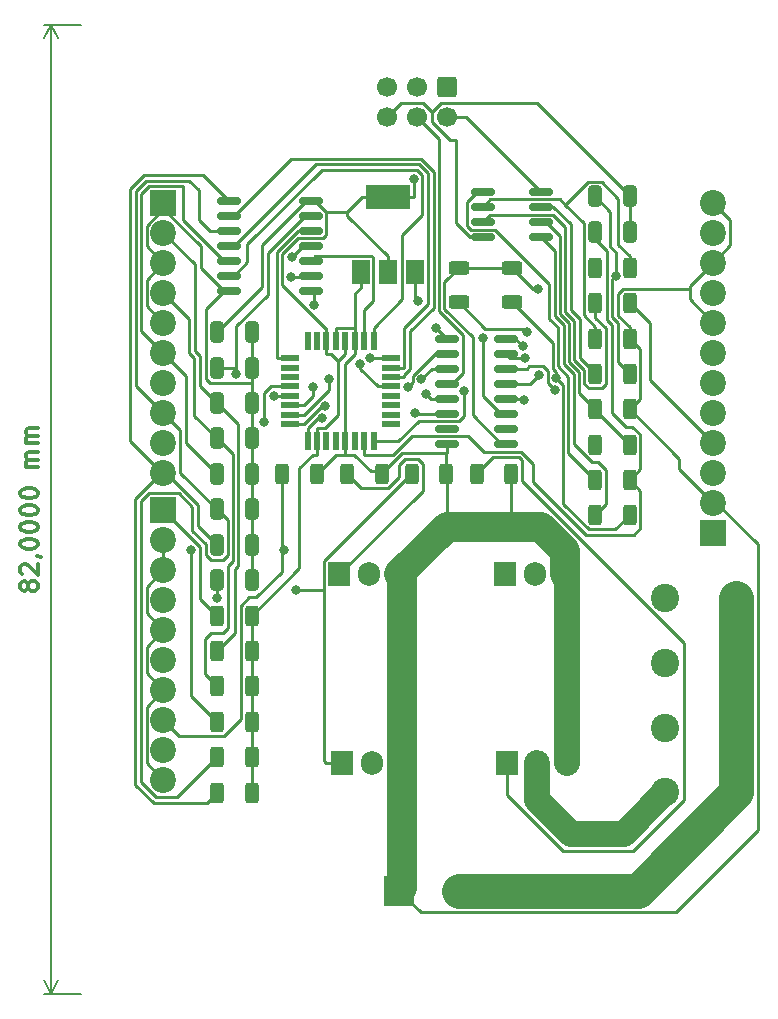
<source format=gbr>
%TF.GenerationSoftware,KiCad,Pcbnew,6.0.7-f9a2dced07~116~ubuntu20.04.1*%
%TF.CreationDate,2022-08-30T20:59:11+02:00*%
%TF.ProjectId,mc unit,6d632075-6e69-4742-9e6b-696361645f70,rev?*%
%TF.SameCoordinates,Original*%
%TF.FileFunction,Copper,L1,Top*%
%TF.FilePolarity,Positive*%
%FSLAX46Y46*%
G04 Gerber Fmt 4.6, Leading zero omitted, Abs format (unit mm)*
G04 Created by KiCad (PCBNEW 6.0.7-f9a2dced07~116~ubuntu20.04.1) date 2022-08-30 20:59:11*
%MOMM*%
%LPD*%
G01*
G04 APERTURE LIST*
G04 Aperture macros list*
%AMRoundRect*
0 Rectangle with rounded corners*
0 $1 Rounding radius*
0 $2 $3 $4 $5 $6 $7 $8 $9 X,Y pos of 4 corners*
0 Add a 4 corners polygon primitive as box body*
4,1,4,$2,$3,$4,$5,$6,$7,$8,$9,$2,$3,0*
0 Add four circle primitives for the rounded corners*
1,1,$1+$1,$2,$3*
1,1,$1+$1,$4,$5*
1,1,$1+$1,$6,$7*
1,1,$1+$1,$8,$9*
0 Add four rect primitives between the rounded corners*
20,1,$1+$1,$2,$3,$4,$5,0*
20,1,$1+$1,$4,$5,$6,$7,0*
20,1,$1+$1,$6,$7,$8,$9,0*
20,1,$1+$1,$8,$9,$2,$3,0*%
G04 Aperture macros list end*
%ADD10C,0.300000*%
%TA.AperFunction,NonConductor*%
%ADD11C,0.300000*%
%TD*%
%TA.AperFunction,NonConductor*%
%ADD12C,0.200000*%
%TD*%
%TA.AperFunction,SMDPad,CuDef*%
%ADD13RoundRect,0.250000X-0.325000X-0.650000X0.325000X-0.650000X0.325000X0.650000X-0.325000X0.650000X0*%
%TD*%
%TA.AperFunction,ComponentPad*%
%ADD14R,2.600000X2.600000*%
%TD*%
%TA.AperFunction,ComponentPad*%
%ADD15C,2.600000*%
%TD*%
%TA.AperFunction,SMDPad,CuDef*%
%ADD16RoundRect,0.250000X-0.312500X-0.625000X0.312500X-0.625000X0.312500X0.625000X-0.312500X0.625000X0*%
%TD*%
%TA.AperFunction,SMDPad,CuDef*%
%ADD17R,0.550000X1.600000*%
%TD*%
%TA.AperFunction,SMDPad,CuDef*%
%ADD18R,1.600000X0.550000*%
%TD*%
%TA.AperFunction,ComponentPad*%
%ADD19R,2.200000X2.200000*%
%TD*%
%TA.AperFunction,ComponentPad*%
%ADD20C,2.200000*%
%TD*%
%TA.AperFunction,ComponentPad*%
%ADD21RoundRect,0.250000X-0.600000X0.600000X-0.600000X-0.600000X0.600000X-0.600000X0.600000X0.600000X0*%
%TD*%
%TA.AperFunction,ComponentPad*%
%ADD22C,1.700000*%
%TD*%
%TA.AperFunction,ComponentPad*%
%ADD23C,2.400000*%
%TD*%
%TA.AperFunction,ComponentPad*%
%ADD24R,1.905000X2.000000*%
%TD*%
%TA.AperFunction,ComponentPad*%
%ADD25O,1.905000X2.000000*%
%TD*%
%TA.AperFunction,SMDPad,CuDef*%
%ADD26RoundRect,0.150000X-0.837500X-0.150000X0.837500X-0.150000X0.837500X0.150000X-0.837500X0.150000X0*%
%TD*%
%TA.AperFunction,SMDPad,CuDef*%
%ADD27R,1.500000X2.000000*%
%TD*%
%TA.AperFunction,SMDPad,CuDef*%
%ADD28R,3.800000X2.000000*%
%TD*%
%TA.AperFunction,SMDPad,CuDef*%
%ADD29RoundRect,0.250000X0.625000X-0.312500X0.625000X0.312500X-0.625000X0.312500X-0.625000X-0.312500X0*%
%TD*%
%TA.AperFunction,SMDPad,CuDef*%
%ADD30RoundRect,0.150000X-0.825000X-0.150000X0.825000X-0.150000X0.825000X0.150000X-0.825000X0.150000X0*%
%TD*%
%TA.AperFunction,ViaPad*%
%ADD31C,0.800000*%
%TD*%
%TA.AperFunction,Conductor*%
%ADD32C,0.250000*%
%TD*%
%TA.AperFunction,Conductor*%
%ADD33C,3.000000*%
%TD*%
%TA.AperFunction,Conductor*%
%ADD34C,2.200000*%
%TD*%
%TA.AperFunction,Conductor*%
%ADD35C,2.500000*%
%TD*%
G04 APERTURE END LIST*
D10*
D11*
X22521401Y-153142857D02*
X22449973Y-153285714D01*
X22378544Y-153357142D01*
X22235687Y-153428571D01*
X22164258Y-153428571D01*
X22021401Y-153357142D01*
X21949973Y-153285714D01*
X21878544Y-153142857D01*
X21878544Y-152857142D01*
X21949973Y-152714285D01*
X22021401Y-152642857D01*
X22164258Y-152571428D01*
X22235687Y-152571428D01*
X22378544Y-152642857D01*
X22449973Y-152714285D01*
X22521401Y-152857142D01*
X22521401Y-153142857D01*
X22592830Y-153285714D01*
X22664258Y-153357142D01*
X22807115Y-153428571D01*
X23092830Y-153428571D01*
X23235687Y-153357142D01*
X23307115Y-153285714D01*
X23378544Y-153142857D01*
X23378544Y-152857142D01*
X23307115Y-152714285D01*
X23235687Y-152642857D01*
X23092830Y-152571428D01*
X22807115Y-152571428D01*
X22664258Y-152642857D01*
X22592830Y-152714285D01*
X22521401Y-152857142D01*
X22021401Y-152000000D02*
X21949973Y-151928571D01*
X21878544Y-151785714D01*
X21878544Y-151428571D01*
X21949973Y-151285714D01*
X22021401Y-151214285D01*
X22164258Y-151142857D01*
X22307115Y-151142857D01*
X22521401Y-151214285D01*
X23378544Y-152071428D01*
X23378544Y-151142857D01*
X23307115Y-150428571D02*
X23378544Y-150428571D01*
X23521401Y-150500000D01*
X23592830Y-150571428D01*
X21878544Y-149500000D02*
X21878544Y-149357142D01*
X21949973Y-149214285D01*
X22021401Y-149142857D01*
X22164258Y-149071428D01*
X22449973Y-149000000D01*
X22807115Y-149000000D01*
X23092830Y-149071428D01*
X23235687Y-149142857D01*
X23307115Y-149214285D01*
X23378544Y-149357142D01*
X23378544Y-149500000D01*
X23307115Y-149642857D01*
X23235687Y-149714285D01*
X23092830Y-149785714D01*
X22807115Y-149857142D01*
X22449973Y-149857142D01*
X22164258Y-149785714D01*
X22021401Y-149714285D01*
X21949973Y-149642857D01*
X21878544Y-149500000D01*
X21878544Y-148071428D02*
X21878544Y-147928571D01*
X21949973Y-147785714D01*
X22021401Y-147714285D01*
X22164258Y-147642857D01*
X22449973Y-147571428D01*
X22807115Y-147571428D01*
X23092830Y-147642857D01*
X23235687Y-147714285D01*
X23307115Y-147785714D01*
X23378544Y-147928571D01*
X23378544Y-148071428D01*
X23307115Y-148214285D01*
X23235687Y-148285714D01*
X23092830Y-148357142D01*
X22807115Y-148428571D01*
X22449973Y-148428571D01*
X22164258Y-148357142D01*
X22021401Y-148285714D01*
X21949973Y-148214285D01*
X21878544Y-148071428D01*
X21878544Y-146642857D02*
X21878544Y-146500000D01*
X21949973Y-146357142D01*
X22021401Y-146285714D01*
X22164258Y-146214285D01*
X22449973Y-146142857D01*
X22807115Y-146142857D01*
X23092830Y-146214285D01*
X23235687Y-146285714D01*
X23307115Y-146357142D01*
X23378544Y-146500000D01*
X23378544Y-146642857D01*
X23307115Y-146785714D01*
X23235687Y-146857142D01*
X23092830Y-146928571D01*
X22807115Y-147000000D01*
X22449973Y-147000000D01*
X22164258Y-146928571D01*
X22021401Y-146857142D01*
X21949973Y-146785714D01*
X21878544Y-146642857D01*
X21878544Y-145214285D02*
X21878544Y-145071428D01*
X21949973Y-144928571D01*
X22021401Y-144857142D01*
X22164258Y-144785714D01*
X22449973Y-144714285D01*
X22807115Y-144714285D01*
X23092830Y-144785714D01*
X23235687Y-144857142D01*
X23307115Y-144928571D01*
X23378544Y-145071428D01*
X23378544Y-145214285D01*
X23307115Y-145357142D01*
X23235687Y-145428571D01*
X23092830Y-145500000D01*
X22807115Y-145571428D01*
X22449973Y-145571428D01*
X22164258Y-145500000D01*
X22021401Y-145428571D01*
X21949973Y-145357142D01*
X21878544Y-145214285D01*
X23378544Y-142928571D02*
X22378544Y-142928571D01*
X22521401Y-142928571D02*
X22449973Y-142857142D01*
X22378544Y-142714285D01*
X22378544Y-142500000D01*
X22449973Y-142357142D01*
X22592830Y-142285714D01*
X23378544Y-142285714D01*
X22592830Y-142285714D02*
X22449973Y-142214285D01*
X22378544Y-142071428D01*
X22378544Y-141857142D01*
X22449973Y-141714285D01*
X22592830Y-141642857D01*
X23378544Y-141642857D01*
X23378544Y-140928571D02*
X22378544Y-140928571D01*
X22521401Y-140928571D02*
X22449973Y-140857142D01*
X22378544Y-140714285D01*
X22378544Y-140500000D01*
X22449973Y-140357142D01*
X22592830Y-140285714D01*
X23378544Y-140285714D01*
X22592830Y-140285714D02*
X22449973Y-140214285D01*
X22378544Y-140071428D01*
X22378544Y-139857142D01*
X22449973Y-139714285D01*
X22592830Y-139642857D01*
X23378544Y-139642857D01*
D12*
X27000000Y-105500000D02*
X23913553Y-105500000D01*
X27000000Y-187500000D02*
X23913553Y-187500000D01*
X24499973Y-105500000D02*
X24499973Y-187500000D01*
X24499973Y-105500000D02*
X24499973Y-187500000D01*
X24499973Y-105500000D02*
X23913552Y-106626504D01*
X24499973Y-105500000D02*
X25086394Y-106626504D01*
X24499973Y-187500000D02*
X25086394Y-186373496D01*
X24499973Y-187500000D02*
X23913552Y-186373496D01*
D13*
%TO.P,C8,1*%
%TO.N,+5V*%
X38525000Y-131500000D03*
%TO.P,C8,2*%
%TO.N,COUT*%
X41475000Y-131500000D03*
%TD*%
%TO.P,C6,1*%
%TO.N,Net-(C6-Pad1)*%
X38525000Y-137500000D03*
%TO.P,C6,2*%
%TO.N,COUT*%
X41475000Y-137500000D03*
%TD*%
D14*
%TO.P,J1,1,Pin_1*%
%TO.N,COUT*%
X53955000Y-178805000D03*
D15*
%TO.P,J1,2,Pin_2*%
%TO.N,+12V*%
X59035000Y-178805000D03*
%TD*%
D16*
%TO.P,R12,1*%
%TO.N,Net-(R12-Pad1)*%
X70537500Y-138030000D03*
%TO.P,R12,2*%
%TO.N,COUT*%
X73462500Y-138030000D03*
%TD*%
D17*
%TO.P,U3,1,PD3*%
%TO.N,fuel in*%
X51800000Y-132250000D03*
%TO.P,U3,2,PD4*%
%TO.N,General 1 in*%
X51000000Y-132250000D03*
%TO.P,U3,3,GND*%
%TO.N,COUT*%
X50200000Y-132250000D03*
%TO.P,U3,4,VCC*%
%TO.N,+5V*%
X49400000Y-132250000D03*
%TO.P,U3,5,GND*%
%TO.N,COUT*%
X48600000Y-132250000D03*
%TO.P,U3,6,VCC*%
%TO.N,+5V*%
X47800000Y-132250000D03*
%TO.P,U3,7,PB6/XTAL1*%
%TO.N,unconnected-(U3-Pad7)*%
X47000000Y-132250000D03*
%TO.P,U3,8,PB7/XTAL2*%
%TO.N,unconnected-(U3-Pad8)*%
X46200000Y-132250000D03*
D18*
%TO.P,U3,9,PD5*%
%TO.N,General 2 in*%
X44750000Y-133700000D03*
%TO.P,U3,10,PD6*%
%TO.N,unconnected-(U3-Pad10)*%
X44750000Y-134500000D03*
%TO.P,U3,11,PD7*%
%TO.N,unconnected-(U3-Pad11)*%
X44750000Y-135300000D03*
%TO.P,U3,12,PB0*%
%TO.N,/Fuel out*%
X44750000Y-136100000D03*
%TO.P,U3,13,PB1*%
%TO.N,/Blink 1 out*%
X44750000Y-136900000D03*
%TO.P,U3,14,PB2*%
%TO.N,/Blink 2 out*%
X44750000Y-137700000D03*
%TO.P,U3,15,PB3*%
%TO.N,/Oil out*%
X44750000Y-138500000D03*
%TO.P,U3,16,PB4*%
%TO.N,/General 1 out*%
X44750000Y-139300000D03*
D17*
%TO.P,U3,17,PB5*%
%TO.N,/General 2 out*%
X46200000Y-140750000D03*
%TO.P,U3,18,AVCC*%
%TO.N,+5V*%
X47000000Y-140750000D03*
%TO.P,U3,19,ADC6*%
%TO.N,unconnected-(U3-Pad19)*%
X47800000Y-140750000D03*
%TO.P,U3,20,AREF*%
%TO.N,unconnected-(U3-Pad20)*%
X48600000Y-140750000D03*
%TO.P,U3,21,AGND*%
%TO.N,COUT*%
X49400000Y-140750000D03*
%TO.P,U3,22,ADC7*%
%TO.N,unconnected-(U3-Pad22)*%
X50200000Y-140750000D03*
%TO.P,U3,23,PC0*%
%TO.N,Blink 1 ctrl*%
X51000000Y-140750000D03*
%TO.P,U3,24,PC1*%
%TO.N,Blink 2 ctrl*%
X51800000Y-140750000D03*
D18*
%TO.P,U3,25,PC2*%
%TO.N,unconnected-(U3-Pad25)*%
X53250000Y-139300000D03*
%TO.P,U3,26,PC3*%
%TO.N,unconnected-(U3-Pad26)*%
X53250000Y-138500000D03*
%TO.P,U3,27,PC4*%
%TO.N,unconnected-(U3-Pad27)*%
X53250000Y-137700000D03*
%TO.P,U3,28,PC5*%
%TO.N,unconnected-(U3-Pad28)*%
X53250000Y-136900000D03*
%TO.P,U3,29,PC6/~{RESET}*%
%TO.N,RST*%
X53250000Y-136100000D03*
%TO.P,U3,30,PD0*%
%TO.N,B1 in*%
X53250000Y-135300000D03*
%TO.P,U3,31,PD1*%
%TO.N,B2 in*%
X53250000Y-134500000D03*
%TO.P,U3,32,PD2*%
%TO.N,Oil in*%
X53250000Y-133700000D03*
%TD*%
D19*
%TO.P,J13,1,Pin_1*%
%TO.N,Net-(J13-Pad1)*%
X80500000Y-148470000D03*
D20*
%TO.P,J13,2,Pin_2*%
%TO.N,COUT*%
X80500000Y-145930000D03*
%TO.P,J13,3,Pin_3*%
%TO.N,Net-(J13-Pad3)*%
X80500000Y-143390000D03*
%TO.P,J13,4,Pin_4*%
%TO.N,B1 Shunt*%
X80500000Y-140850000D03*
%TO.P,J13,5,Pin_5*%
%TO.N,Net-(J13-Pad5)*%
X80500000Y-138310000D03*
%TO.P,J13,6,Pin_6*%
%TO.N,B2 shunt*%
X80500000Y-135770000D03*
%TO.P,J13,7,Pin_7*%
%TO.N,Net-(J13-Pad7)*%
X80500000Y-133230000D03*
%TO.P,J13,8,Pin_8*%
%TO.N,COUT*%
X80500000Y-130690000D03*
%TO.P,J13,9,Pin_9*%
%TO.N,Net-(J13-Pad9)*%
X80500000Y-128150000D03*
%TO.P,J13,10,Pin_10*%
%TO.N,COUT*%
X80500000Y-125610000D03*
%TO.P,J13,11,Pin_11*%
%TO.N,Net-(J13-Pad11)*%
X80500000Y-123070000D03*
%TO.P,J13,12,Pin_12*%
%TO.N,COUT*%
X80500000Y-120530000D03*
%TD*%
D16*
%TO.P,R3,1*%
%TO.N,Net-(C4-Pad1)*%
X38537500Y-164500000D03*
%TO.P,R3,2*%
%TO.N,+5V*%
X41462500Y-164500000D03*
%TD*%
D21*
%TO.P,J8,1,MISO*%
%TO.N,/General 1 out*%
X58045000Y-110747500D03*
D22*
%TO.P,J8,2,VCC*%
%TO.N,+5V*%
X58045000Y-113287500D03*
%TO.P,J8,3,SCK*%
%TO.N,/General 2 out*%
X55505000Y-110747500D03*
%TO.P,J8,4,MOSI*%
%TO.N,/Oil out*%
X55505000Y-113287500D03*
%TO.P,J8,5,~{RST}*%
%TO.N,RST*%
X52965000Y-110747500D03*
%TO.P,J8,6,GND*%
%TO.N,COUT*%
X52965000Y-113287500D03*
%TD*%
D23*
%TO.P,J11,1,Pin_1*%
%TO.N,+12V*%
X82500000Y-170475000D03*
%TD*%
D24*
%TO.P,Q1,1,G*%
%TO.N,i28*%
X62925000Y-152000000D03*
D25*
%TO.P,Q1,2,D*%
%TO.N,Net-(J5-Pad1)*%
X65465000Y-152000000D03*
%TO.P,Q1,3,S*%
%TO.N,COUT*%
X68005000Y-152000000D03*
%TD*%
D16*
%TO.P,R10,1*%
%TO.N,i29*%
X60537500Y-143500000D03*
%TO.P,R10,2*%
%TO.N,COUT*%
X63462500Y-143500000D03*
%TD*%
D13*
%TO.P,C5,1*%
%TO.N,Net-(C5-Pad1)*%
X38525000Y-140500000D03*
%TO.P,C5,2*%
%TO.N,COUT*%
X41475000Y-140500000D03*
%TD*%
%TO.P,C1,1*%
%TO.N,+12V*%
X38525000Y-152500000D03*
%TO.P,C1,2*%
%TO.N,COUT*%
X41475000Y-152500000D03*
%TD*%
D16*
%TO.P,R2,1*%
%TO.N,Net-(C3-Pad1)*%
X38537500Y-167500000D03*
%TO.P,R2,2*%
%TO.N,+5V*%
X41462500Y-167500000D03*
%TD*%
D23*
%TO.P,J10,1,Pin_1*%
%TO.N,Net-(J10-Pad1)*%
X76500000Y-164983300D03*
%TD*%
D16*
%TO.P,R7,1*%
%TO.N,i28*%
X44037500Y-143500000D03*
%TO.P,R7,2*%
%TO.N,COUT*%
X46962500Y-143500000D03*
%TD*%
D13*
%TO.P,C10,1*%
%TO.N,Blink 1 ctrl*%
X70525000Y-123050000D03*
%TO.P,C10,2*%
%TO.N,COUT*%
X73475000Y-123050000D03*
%TD*%
%TO.P,C3,1*%
%TO.N,Net-(C3-Pad1)*%
X38525000Y-146500000D03*
%TO.P,C3,2*%
%TO.N,COUT*%
X41475000Y-146500000D03*
%TD*%
D16*
%TO.P,R6,1*%
%TO.N,Net-(C7-Pad1)*%
X38537500Y-155500000D03*
%TO.P,R6,2*%
%TO.N,+5V*%
X41462500Y-155500000D03*
%TD*%
%TO.P,R8,1*%
%TO.N,i26*%
X49537500Y-143500000D03*
%TO.P,R8,2*%
%TO.N,COUT*%
X52462500Y-143500000D03*
%TD*%
D26*
%TO.P,U1,1*%
%TO.N,Net-(C2-Pad1)*%
X39537500Y-120390000D03*
%TO.P,U1,2*%
%TO.N,B1 in*%
X39537500Y-121660000D03*
%TO.P,U1,3*%
%TO.N,Net-(C3-Pad1)*%
X39537500Y-122930000D03*
%TO.P,U1,4*%
%TO.N,B2 in*%
X39537500Y-124200000D03*
%TO.P,U1,5*%
%TO.N,Net-(C4-Pad1)*%
X39537500Y-125470000D03*
%TO.P,U1,6*%
%TO.N,fuel in*%
X39537500Y-126740000D03*
%TO.P,U1,7,GND*%
%TO.N,COUT*%
X39537500Y-128010000D03*
%TO.P,U1,8*%
%TO.N,Oil in*%
X46462500Y-128010000D03*
%TO.P,U1,9*%
%TO.N,Net-(C5-Pad1)*%
X46462500Y-126740000D03*
%TO.P,U1,10*%
%TO.N,General 1 in*%
X46462500Y-125470000D03*
%TO.P,U1,11*%
%TO.N,Net-(C6-Pad1)*%
X46462500Y-124200000D03*
%TO.P,U1,12*%
%TO.N,General 2 in*%
X46462500Y-122930000D03*
%TO.P,U1,13*%
%TO.N,Net-(C7-Pad1)*%
X46462500Y-121660000D03*
%TO.P,U1,14,VCC*%
%TO.N,+5V*%
X46462500Y-120390000D03*
%TD*%
D23*
%TO.P,J6,1,Pin_1*%
%TO.N,+12V*%
X82500000Y-159491700D03*
%TD*%
D16*
%TO.P,R17,1*%
%TO.N,Net-(R17-Pad1)*%
X70537500Y-135040000D03*
%TO.P,R17,2*%
%TO.N,Blink 2 ctrl*%
X73462500Y-135040000D03*
%TD*%
%TO.P,R5,1*%
%TO.N,Net-(C6-Pad1)*%
X38537500Y-158500000D03*
%TO.P,R5,2*%
%TO.N,+5V*%
X41462500Y-158500000D03*
%TD*%
D27*
%TO.P,U2,1,ADJ*%
%TO.N,COUT*%
X50700000Y-126400000D03*
D28*
%TO.P,U2,2,VO*%
%TO.N,+5V*%
X53000000Y-120100000D03*
D27*
X53000000Y-126400000D03*
%TO.P,U2,3,VI*%
%TO.N,+12V*%
X55300000Y-126400000D03*
%TD*%
D19*
%TO.P,J2,1,Pin_1*%
%TO.N,COUT*%
X34000000Y-120570000D03*
D20*
%TO.P,J2,2,Pin_2*%
%TO.N,Net-(C6-Pad1)*%
X34000000Y-123110000D03*
%TO.P,J2,3,Pin_3*%
%TO.N,COUT*%
X34000000Y-125650000D03*
%TO.P,J2,4,Pin_4*%
%TO.N,Net-(C5-Pad1)*%
X34000000Y-128190000D03*
%TO.P,J2,5,Pin_5*%
%TO.N,COUT*%
X34000000Y-130730000D03*
%TO.P,J2,6,Pin_6*%
%TO.N,Net-(C4-Pad1)*%
X34000000Y-133270000D03*
%TO.P,J2,7,Pin_7*%
%TO.N,COUT*%
X34000000Y-135810000D03*
%TO.P,J2,8,Pin_8*%
%TO.N,Net-(C3-Pad1)*%
X34000000Y-138350000D03*
%TO.P,J2,9,Pin_9*%
%TO.N,COUT*%
X34000000Y-140890000D03*
%TO.P,J2,10,Pin_10*%
%TO.N,Net-(C2-Pad1)*%
X34000000Y-143430000D03*
%TD*%
D24*
%TO.P,Q2,1,G*%
%TO.N,i26*%
X48900000Y-152000000D03*
D25*
%TO.P,Q2,2,D*%
%TO.N,Net-(J7-Pad1)*%
X51440000Y-152000000D03*
%TO.P,Q2,3,S*%
%TO.N,COUT*%
X53980000Y-152000000D03*
%TD*%
D23*
%TO.P,J7,1,Pin_1*%
%TO.N,Net-(J7-Pad1)*%
X76500000Y-159491700D03*
%TD*%
D16*
%TO.P,R11,1*%
%TO.N,Net-(R11-Pad1)*%
X70537500Y-147000000D03*
%TO.P,R11,2*%
%TO.N,B2 shunt*%
X73462500Y-147000000D03*
%TD*%
D23*
%TO.P,J5,1,Pin_1*%
%TO.N,Net-(J5-Pad1)*%
X76500000Y-154000000D03*
%TD*%
D13*
%TO.P,C9,1*%
%TO.N,Blink 2 ctrl*%
X70525000Y-120000000D03*
%TO.P,C9,2*%
%TO.N,COUT*%
X73475000Y-120000000D03*
%TD*%
D29*
%TO.P,Rshunt1,1*%
%TO.N,B1 Shunt*%
X59000000Y-128962500D03*
%TO.P,Rshunt1,2*%
%TO.N,COUT*%
X59000000Y-126037500D03*
%TD*%
D23*
%TO.P,J12,1,Pin_1*%
%TO.N,Net-(J12-Pad1)*%
X76500000Y-170475000D03*
%TD*%
D13*
%TO.P,C2,1*%
%TO.N,Net-(C2-Pad1)*%
X38525000Y-149500000D03*
%TO.P,C2,2*%
%TO.N,COUT*%
X41475000Y-149500000D03*
%TD*%
D16*
%TO.P,R4,1*%
%TO.N,Net-(C5-Pad1)*%
X38537500Y-161500000D03*
%TO.P,R4,2*%
%TO.N,+5V*%
X41462500Y-161500000D03*
%TD*%
D30*
%TO.P,U4,1,I1*%
%TO.N,/Fuel out*%
X58025000Y-132055000D03*
%TO.P,U4,2,I2*%
%TO.N,/Blink 1 out*%
X58025000Y-133325000D03*
%TO.P,U4,3,I3*%
%TO.N,/Blink 2 out*%
X58025000Y-134595000D03*
%TO.P,U4,4,I4*%
%TO.N,/Oil out*%
X58025000Y-135865000D03*
%TO.P,U4,5,I5*%
%TO.N,/General 1 out*%
X58025000Y-137135000D03*
%TO.P,U4,6,I6*%
%TO.N,/General 2 out*%
X58025000Y-138405000D03*
%TO.P,U4,7,I7*%
%TO.N,unconnected-(U4-Pad7)*%
X58025000Y-139675000D03*
%TO.P,U4,8,GND*%
%TO.N,COUT*%
X58025000Y-140945000D03*
%TO.P,U4,9,COM*%
X62975000Y-140945000D03*
%TO.P,U4,10,O7*%
%TO.N,unconnected-(U4-Pad10)*%
X62975000Y-139675000D03*
%TO.P,U4,11,O6*%
%TO.N,Net-(J13-Pad11)*%
X62975000Y-138405000D03*
%TO.P,U4,12,O5*%
%TO.N,Net-(J13-Pad9)*%
X62975000Y-137135000D03*
%TO.P,U4,13,O4*%
%TO.N,Net-(J13-Pad7)*%
X62975000Y-135865000D03*
%TO.P,U4,14,O3*%
%TO.N,Net-(J13-Pad5)*%
X62975000Y-134595000D03*
%TO.P,U4,15,O2*%
%TO.N,Net-(J13-Pad3)*%
X62975000Y-133325000D03*
%TO.P,U4,16,O1*%
%TO.N,Net-(J13-Pad1)*%
X62975000Y-132055000D03*
%TD*%
D24*
%TO.P,Q3,1,G*%
%TO.N,i24*%
X49075000Y-168000000D03*
D25*
%TO.P,Q3,2,D*%
%TO.N,Net-(J10-Pad1)*%
X51615000Y-168000000D03*
%TO.P,Q3,3,S*%
%TO.N,COUT*%
X54155000Y-168000000D03*
%TD*%
D16*
%TO.P,R9,1*%
%TO.N,i24*%
X55037500Y-143500000D03*
%TO.P,R9,2*%
%TO.N,COUT*%
X57962500Y-143500000D03*
%TD*%
D24*
%TO.P,Q4,1,G*%
%TO.N,i29*%
X63100000Y-168000000D03*
D25*
%TO.P,Q4,2,D*%
%TO.N,Net-(J12-Pad1)*%
X65640000Y-168000000D03*
%TO.P,Q4,3,S*%
%TO.N,COUT*%
X68180000Y-168000000D03*
%TD*%
D29*
%TO.P,Rshunt2,1*%
%TO.N,B2 shunt*%
X63500000Y-128962500D03*
%TO.P,Rshunt2,2*%
%TO.N,COUT*%
X63500000Y-126037500D03*
%TD*%
D23*
%TO.P,J9,1,Pin_1*%
%TO.N,+12V*%
X82500000Y-164983300D03*
%TD*%
D16*
%TO.P,R15,1*%
%TO.N,unconnected-(R15-Pad1)*%
X70537500Y-141020000D03*
%TO.P,R15,2*%
%TO.N,Net-(R12-Pad1)*%
X73462500Y-141020000D03*
%TD*%
D13*
%TO.P,C7,1*%
%TO.N,Net-(C7-Pad1)*%
X38525000Y-134500000D03*
%TO.P,C7,2*%
%TO.N,COUT*%
X41475000Y-134500000D03*
%TD*%
D16*
%TO.P,R16,1*%
%TO.N,unconnected-(R16-Pad1)*%
X70537500Y-126070000D03*
%TO.P,R16,2*%
%TO.N,Net-(R14-Pad1)*%
X73462500Y-126070000D03*
%TD*%
%TO.P,R18,1*%
%TO.N,Net-(R18-Pad1)*%
X70537500Y-144010000D03*
%TO.P,R18,2*%
%TO.N,Blink 1 ctrl*%
X73462500Y-144010000D03*
%TD*%
D19*
%TO.P,J3,1,Pin_1*%
%TO.N,Net-(C7-Pad1)*%
X34000000Y-146570000D03*
D20*
%TO.P,J3,2,Pin_2*%
%TO.N,COUT*%
X34000000Y-149110000D03*
%TO.P,J3,3,Pin_3*%
X34000000Y-151650000D03*
%TO.P,J3,4,Pin_4*%
%TO.N,i24*%
X34000000Y-154190000D03*
%TO.P,J3,5,Pin_5*%
%TO.N,COUT*%
X34000000Y-156730000D03*
%TO.P,J3,6,Pin_6*%
%TO.N,i26*%
X34000000Y-159270000D03*
%TO.P,J3,7,Pin_7*%
%TO.N,COUT*%
X34000000Y-161810000D03*
%TO.P,J3,8,Pin_8*%
%TO.N,i28*%
X34000000Y-164350000D03*
%TO.P,J3,9,Pin_9*%
%TO.N,i29*%
X34000000Y-166890000D03*
%TO.P,J3,10,Pin_10*%
%TO.N,COUT*%
X34000000Y-169430000D03*
%TD*%
D16*
%TO.P,R13,1*%
%TO.N,Net-(R13-Pad1)*%
X70537500Y-129060000D03*
%TO.P,R13,2*%
%TO.N,B1 Shunt*%
X73462500Y-129060000D03*
%TD*%
D30*
%TO.P,U5,1*%
%TO.N,Net-(R18-Pad1)*%
X61025000Y-119645000D03*
%TO.P,U5,2,-*%
%TO.N,Net-(R14-Pad1)*%
X61025000Y-120915000D03*
%TO.P,U5,3,+*%
%TO.N,Net-(R13-Pad1)*%
X61025000Y-122185000D03*
%TO.P,U5,4,V-*%
%TO.N,COUT*%
X61025000Y-123455000D03*
%TO.P,U5,5,+*%
%TO.N,Net-(R11-Pad1)*%
X65975000Y-123455000D03*
%TO.P,U5,6,-*%
%TO.N,Net-(R12-Pad1)*%
X65975000Y-122185000D03*
%TO.P,U5,7*%
%TO.N,Net-(R17-Pad1)*%
X65975000Y-120915000D03*
%TO.P,U5,8,V+*%
%TO.N,+5V*%
X65975000Y-119645000D03*
%TD*%
D13*
%TO.P,C4,1*%
%TO.N,Net-(C4-Pad1)*%
X38525000Y-143500000D03*
%TO.P,C4,2*%
%TO.N,COUT*%
X41475000Y-143500000D03*
%TD*%
D16*
%TO.P,R1,1*%
%TO.N,Net-(C2-Pad1)*%
X38537500Y-170500000D03*
%TO.P,R1,2*%
%TO.N,+5V*%
X41462500Y-170500000D03*
%TD*%
D23*
%TO.P,J4,1,Pin_1*%
%TO.N,+12V*%
X82500000Y-154000000D03*
%TD*%
D16*
%TO.P,R14,1*%
%TO.N,Net-(R14-Pad1)*%
X70537500Y-132050000D03*
%TO.P,R14,2*%
%TO.N,COUT*%
X73462500Y-132050000D03*
%TD*%
D31*
%TO.N,+12V*%
X55531500Y-128886400D03*
X38525000Y-154012500D03*
%TO.N,Net-(C4-Pad1)*%
X36349600Y-149966100D03*
%TO.N,Net-(C5-Pad1)*%
X44836500Y-126827800D03*
%TO.N,Net-(C6-Pad1)*%
X44867000Y-125146000D03*
%TO.N,Net-(C7-Pad1)*%
X40166700Y-135022300D03*
%TO.N,+5V*%
X55175500Y-118497300D03*
%TO.N,/General 1 out*%
X56263600Y-136720900D03*
X47654300Y-137782500D03*
%TO.N,/General 2 out*%
X55314200Y-138307300D03*
X47442500Y-138782900D03*
%TO.N,/Oil out*%
X47984200Y-135498700D03*
%TO.N,RST*%
X50620300Y-134239800D03*
%TO.N,COUT*%
X65671300Y-127867000D03*
%TO.N,Net-(J13-Pad1)*%
X64411500Y-132662600D03*
%TO.N,B2 shunt*%
X67276700Y-135396700D03*
%TO.N,B1 Shunt*%
X64816000Y-131529900D03*
%TO.N,i28*%
X44242200Y-149949800D03*
%TO.N,Net-(J13-Pad3)*%
X64626300Y-133711600D03*
%TO.N,Net-(J13-Pad5)*%
X67111600Y-136397100D03*
%TO.N,Net-(J13-Pad7)*%
X65826000Y-135111500D03*
%TO.N,Net-(J13-Pad9)*%
X64551300Y-137232900D03*
%TO.N,Oil in*%
X46756000Y-129199300D03*
X51511500Y-133700000D03*
%TO.N,/Fuel out*%
X57088900Y-131151600D03*
X42548000Y-139072900D03*
%TO.N,/Blink 1 out*%
X43337700Y-136900000D03*
X54674800Y-136177800D03*
%TO.N,/Blink 2 out*%
X55846800Y-135490300D03*
X46642000Y-136156500D03*
%TO.N,i24*%
X45228700Y-153326200D03*
%TO.N,Blink 2 ctrl*%
X59464500Y-136508400D03*
X72286700Y-126732300D03*
%TO.N,Net-(J13-Pad11)*%
X61032600Y-131959800D03*
%TD*%
D32*
%TO.N,COUT*%
X53955000Y-178805000D02*
X55780000Y-180630000D01*
X55780000Y-180630000D02*
X77370000Y-180630000D01*
X77370000Y-180630000D02*
X84325000Y-173675000D01*
X84325000Y-173675000D02*
X84325000Y-149445000D01*
X84325000Y-149445000D02*
X80810000Y-145930000D01*
X80810000Y-145930000D02*
X80500000Y-145930000D01*
%TO.N,+12V*%
X55300000Y-128654900D02*
X55300000Y-126400000D01*
D33*
X74170000Y-178805000D02*
X82500000Y-170475000D01*
X82500000Y-170475000D02*
X82500000Y-164983300D01*
D32*
X55531500Y-128886400D02*
X55300000Y-128654900D01*
X38525000Y-152500000D02*
X38525000Y-154012500D01*
D33*
X59035000Y-178805000D02*
X74170000Y-178805000D01*
X82500000Y-164983300D02*
X82500000Y-159491700D01*
X82500000Y-159491700D02*
X82500000Y-154000000D01*
D32*
%TO.N,Net-(C2-Pad1)*%
X34203900Y-143430000D02*
X36946300Y-146172400D01*
X37683400Y-171354100D02*
X33166700Y-171354100D01*
X31183700Y-140711400D02*
X31183700Y-119406400D01*
X31631700Y-145629038D02*
X33830738Y-143430000D01*
X33166700Y-171354100D02*
X31631700Y-169819100D01*
X33902300Y-143430000D02*
X34000000Y-143430000D01*
X38537500Y-170500000D02*
X37683400Y-171354100D01*
X33902300Y-143430000D02*
X31183700Y-140711400D01*
X31631700Y-169819100D02*
X31631700Y-145629038D01*
X33830738Y-143430000D02*
X34000000Y-143430000D01*
X32379300Y-118210800D02*
X37358300Y-118210800D01*
X36946300Y-146172400D02*
X36946300Y-147921300D01*
X36946300Y-147921300D02*
X38525000Y-149500000D01*
X34000000Y-143430000D02*
X34203900Y-143430000D01*
X31183700Y-119406400D02*
X32379300Y-118210800D01*
X37358300Y-118210800D02*
X39537500Y-120390000D01*
%TO.N,Net-(C3-Pad1)*%
X36441400Y-146304400D02*
X36441400Y-148302800D01*
X32124100Y-169626200D02*
X32124100Y-145773034D01*
X37000000Y-122000000D02*
X37930000Y-122930000D01*
X35140800Y-170896700D02*
X33394600Y-170896700D01*
X33394600Y-170896700D02*
X32124100Y-169626200D01*
X35425400Y-143400400D02*
X35425400Y-139775400D01*
X37569100Y-150341000D02*
X38003400Y-150775300D01*
X39052000Y-150775300D02*
X39426400Y-150400900D01*
X36188100Y-118688100D02*
X37000000Y-119500000D01*
X38003400Y-150775300D02*
X39052000Y-150775300D01*
X38537500Y-167500000D02*
X35140800Y-170896700D01*
X35425400Y-139775400D02*
X34000000Y-138350000D01*
X35281600Y-145144600D02*
X36441400Y-146304400D01*
X32555300Y-118688100D02*
X36188100Y-118688100D01*
X31671600Y-136021600D02*
X31671600Y-119571800D01*
X32124100Y-145773034D02*
X32752534Y-145144600D01*
X36441400Y-148302800D02*
X37569100Y-149430500D01*
X37569100Y-149430500D02*
X37569100Y-150341000D01*
X37000000Y-119500000D02*
X37000000Y-122000000D01*
X39426400Y-147401400D02*
X38525000Y-146500000D01*
X39426400Y-150400900D02*
X39426400Y-147401400D01*
X37930000Y-122930000D02*
X39537500Y-122930000D01*
X32752534Y-145144600D02*
X35281600Y-145144600D01*
X38525000Y-146500000D02*
X35425400Y-143400400D01*
X34000000Y-138350000D02*
X31671600Y-136021600D01*
X31671600Y-119571800D02*
X32555300Y-118688100D01*
%TO.N,Net-(C4-Pad1)*%
X38525000Y-143500000D02*
X35941900Y-140916900D01*
X35667900Y-121991100D02*
X35667900Y-119167900D01*
X36349600Y-162312100D02*
X36349600Y-149966100D01*
X35941900Y-140916900D02*
X35941900Y-135211900D01*
X35638100Y-119138100D02*
X34034600Y-119138100D01*
X39146800Y-125470000D02*
X35667900Y-121991100D01*
X32122000Y-131392000D02*
X34000000Y-133270000D01*
X32122000Y-119766900D02*
X32122000Y-131392000D01*
X35667900Y-119167900D02*
X35638100Y-119138100D01*
X35941900Y-135211900D02*
X34000000Y-133270000D01*
X32744300Y-119144600D02*
X32122000Y-119766900D01*
X34028100Y-119144600D02*
X32744300Y-119144600D01*
X38537500Y-164500000D02*
X36349600Y-162312100D01*
X39537500Y-125470000D02*
X39146800Y-125470000D01*
X34034600Y-119138100D02*
X34028100Y-119144600D01*
%TO.N,Net-(C5-Pad1)*%
X37500000Y-160462500D02*
X38537500Y-161500000D01*
X37500000Y-157500000D02*
X37500000Y-160462500D01*
X38525000Y-140500000D02*
X36617200Y-138592200D01*
X39876900Y-150861800D02*
X39426600Y-151312100D01*
X44836500Y-126827800D02*
X46374700Y-126827800D01*
X36167000Y-133234900D02*
X36167000Y-130357000D01*
X36617200Y-133685100D02*
X36167000Y-133234900D01*
X39876900Y-141851900D02*
X39876900Y-150861800D01*
X38000000Y-157000000D02*
X37500000Y-157500000D01*
X39426600Y-156573400D02*
X39000000Y-157000000D01*
X36617200Y-138592200D02*
X36617200Y-133685100D01*
X39000000Y-157000000D02*
X38000000Y-157000000D01*
X39426600Y-151312100D02*
X39426600Y-156573400D01*
X36167000Y-130357000D02*
X34000000Y-128190000D01*
X46374700Y-126827800D02*
X46462500Y-126740000D01*
X38525000Y-140500000D02*
X39876900Y-141851900D01*
%TO.N,Net-(C6-Pad1)*%
X37067600Y-133498600D02*
X36659900Y-133090900D01*
X40327300Y-151273600D02*
X40327300Y-139302300D01*
X38525000Y-137500000D02*
X37067600Y-136042600D01*
X40036000Y-157001500D02*
X40036000Y-151564900D01*
X44867000Y-125146000D02*
X45813000Y-124200000D01*
X37067600Y-136042600D02*
X37067600Y-133498600D01*
X40327300Y-139302300D02*
X38525000Y-137500000D01*
X38537500Y-158500000D02*
X40036000Y-157001500D01*
X36659900Y-133090900D02*
X36659900Y-125769900D01*
X36659900Y-125769900D02*
X34000000Y-123110000D01*
X40036000Y-151564900D02*
X40327300Y-151273600D01*
X45813000Y-124200000D02*
X46462500Y-124200000D01*
%TO.N,Net-(C7-Pad1)*%
X45947500Y-121660000D02*
X46462500Y-121660000D01*
X40166700Y-131018300D02*
X42810000Y-128375000D01*
X38525000Y-134500000D02*
X40166700Y-134500000D01*
X34000000Y-146570000D02*
X37111900Y-149681900D01*
X40166700Y-134500000D02*
X40166700Y-131018300D01*
X40166700Y-134500000D02*
X40166700Y-135022300D01*
X42810000Y-128375000D02*
X42810000Y-124797500D01*
X37111900Y-149681900D02*
X37111900Y-154074400D01*
X42810000Y-124797500D02*
X45947500Y-121660000D01*
X37111900Y-154074400D02*
X38537500Y-155500000D01*
%TO.N,+5V*%
X41462500Y-158500000D02*
X41462500Y-161500000D01*
X41462500Y-164500000D02*
X41462500Y-161500000D01*
X44073600Y-127542600D02*
X47655700Y-131124700D01*
X48186800Y-133375300D02*
X47800000Y-133375300D01*
X48793400Y-133981900D02*
X48186800Y-133375300D01*
X45500000Y-151462500D02*
X41462500Y-155500000D01*
X47776000Y-121299100D02*
X46866900Y-120390000D01*
X42315400Y-124140200D02*
X42315400Y-127709600D01*
X47665000Y-139624700D02*
X48793400Y-138496300D01*
X47776000Y-123275751D02*
X47486751Y-123565000D01*
X45500000Y-143000000D02*
X45500000Y-151462500D01*
X49575600Y-121299100D02*
X50774700Y-120100000D01*
X46462500Y-120390000D02*
X46065600Y-120390000D01*
X55225300Y-118547100D02*
X55175500Y-118497300D01*
X49400000Y-132250000D02*
X49400000Y-133375300D01*
X47486751Y-123565000D02*
X45406200Y-123565000D01*
X46866900Y-120390000D02*
X46462500Y-120390000D01*
X47000000Y-139624700D02*
X47665000Y-139624700D01*
X47800000Y-132250000D02*
X47800000Y-133375300D01*
X53000000Y-120100000D02*
X55225300Y-120100000D01*
X46624700Y-141875300D02*
X45500000Y-143000000D01*
X47776000Y-121299100D02*
X47776000Y-123275751D01*
X47776000Y-121299100D02*
X49575600Y-121299100D01*
X53000000Y-120100000D02*
X50774700Y-120100000D01*
X58045000Y-113287500D02*
X59617500Y-113287500D01*
X47655700Y-131124700D02*
X47800000Y-131124700D01*
X53000000Y-126400000D02*
X53000000Y-125074700D01*
X48793400Y-138496300D02*
X48793400Y-133981900D01*
X41462500Y-170500000D02*
X41462500Y-167500000D01*
X41462500Y-167500000D02*
X41462500Y-164500000D01*
X49575600Y-121650300D02*
X53000000Y-125074700D01*
X45406200Y-123565000D02*
X44073600Y-124897600D01*
X48793400Y-133981900D02*
X49400000Y-133375300D01*
X59617500Y-113287500D02*
X65975000Y-119645000D01*
X46065600Y-120390000D02*
X42315400Y-124140200D01*
X49575600Y-121299100D02*
X49575600Y-121650300D01*
X41462500Y-158500000D02*
X41462500Y-155500000D01*
X47800000Y-131124700D02*
X47800000Y-132250000D01*
X44073600Y-124897600D02*
X44073600Y-127542600D01*
X55225300Y-120100000D02*
X55225300Y-118547100D01*
X47000000Y-140750000D02*
X47000000Y-139624700D01*
X42315400Y-127709600D02*
X38525000Y-131500000D01*
X47000000Y-140750000D02*
X47000000Y-141875300D01*
X47000000Y-141875300D02*
X46624700Y-141875300D01*
%TO.N,/General 1 out*%
X45875300Y-139300000D02*
X47392800Y-137782500D01*
X56263600Y-136763600D02*
X56635000Y-137135000D01*
X56263600Y-136720900D02*
X56263600Y-136763600D01*
X44750000Y-139300000D02*
X45875300Y-139300000D01*
X47392800Y-137782500D02*
X47654300Y-137782500D01*
X56635000Y-137135000D02*
X58025000Y-137135000D01*
%TO.N,/General 2 out*%
X47041800Y-138782900D02*
X47442500Y-138782900D01*
X46200000Y-140750000D02*
X46200000Y-139624700D01*
X58025000Y-138405000D02*
X55411900Y-138405000D01*
X46200000Y-139624700D02*
X47041800Y-138782900D01*
X55411900Y-138405000D02*
X55314200Y-138307300D01*
%TO.N,/Oil out*%
X45875300Y-138500000D02*
X47984200Y-136391100D01*
X59333100Y-131712100D02*
X57329500Y-129708500D01*
X58409200Y-135865000D02*
X59333100Y-134941100D01*
X57329500Y-129708500D02*
X57329500Y-115112000D01*
X58025000Y-135865000D02*
X58409200Y-135865000D01*
X57329500Y-115112000D02*
X55505000Y-113287500D01*
X59333100Y-134941100D02*
X59333100Y-131712100D01*
X47984200Y-136391100D02*
X47984200Y-135498700D01*
X44750000Y-138500000D02*
X45875300Y-138500000D01*
%TO.N,RST*%
X53250000Y-136100000D02*
X52124700Y-136100000D01*
X50620300Y-134595600D02*
X50620300Y-134239800D01*
X52124700Y-136100000D02*
X50620300Y-134595600D01*
%TO.N,COUT*%
X73462500Y-131076100D02*
X73462500Y-132050000D01*
X62584400Y-140945000D02*
X62975000Y-140945000D01*
X63500000Y-126037500D02*
X59000000Y-126037500D01*
X73462500Y-132050000D02*
X74363600Y-132951100D01*
X60189900Y-138550500D02*
X62584400Y-140945000D01*
X74363600Y-132951100D02*
X74363600Y-137128900D01*
X57779500Y-129521500D02*
X60189900Y-131931900D01*
X78545000Y-127854600D02*
X78545000Y-128735000D01*
X57779500Y-127220500D02*
X57779500Y-129521500D01*
X81954900Y-121984900D02*
X80500000Y-120530000D01*
X72500000Y-128256400D02*
X72500000Y-130113600D01*
X80500000Y-125610000D02*
X81954900Y-124155100D01*
X60189900Y-131931900D02*
X60189900Y-138550500D01*
X57964100Y-127035900D02*
X57779500Y-127220500D01*
X77642800Y-143072800D02*
X77642800Y-142210300D01*
X58001600Y-127035900D02*
X57964100Y-127035900D01*
X72500000Y-130113600D02*
X73462500Y-131076100D01*
X72901800Y-127854600D02*
X72500000Y-128256400D01*
X65671300Y-127867000D02*
X65329500Y-127867000D01*
X78545000Y-127854600D02*
X72901800Y-127854600D01*
X81954900Y-124155100D02*
X81954900Y-121984900D01*
X77642800Y-142210300D02*
X73462500Y-138030000D01*
X78545000Y-127565000D02*
X80500000Y-125610000D01*
X78545000Y-127854600D02*
X78545000Y-127565000D01*
X74363600Y-137128900D02*
X73462500Y-138030000D01*
X80500000Y-145930000D02*
X77642800Y-143072800D01*
X59000000Y-126037500D02*
X58001600Y-127035900D01*
X65329500Y-127867000D02*
X63500000Y-126037500D01*
X78545000Y-128735000D02*
X80500000Y-130690000D01*
%TO.N,Net-(J13-Pad1)*%
X62975000Y-132055000D02*
X63803900Y-132055000D01*
X63803900Y-132055000D02*
X64411500Y-132662600D01*
%TO.N,B2 shunt*%
X67276700Y-135396700D02*
X67103300Y-135396700D01*
X72261100Y-148201400D02*
X69986400Y-148201400D01*
X66973800Y-132436300D02*
X63500000Y-128962500D01*
X66974304Y-134596600D02*
X67276700Y-134898996D01*
X67276700Y-134898996D02*
X67276700Y-135396700D01*
X67836900Y-135956900D02*
X67276700Y-135396700D01*
X73462500Y-147000000D02*
X72261100Y-148201400D01*
X66973800Y-134596600D02*
X66973800Y-132436300D01*
X66973800Y-134596600D02*
X66974304Y-134596600D01*
X69986400Y-148201400D02*
X67836900Y-146051900D01*
X67836900Y-146051900D02*
X67836900Y-135956900D01*
%TO.N,B1 Shunt*%
X75165600Y-135515600D02*
X75165600Y-130763100D01*
X64816000Y-131529900D02*
X64485700Y-131199600D01*
X64485700Y-131199600D02*
X61237100Y-131199600D01*
X61237100Y-131199600D02*
X59000000Y-128962500D01*
X80500000Y-140850000D02*
X75165600Y-135515600D01*
X75165600Y-130763100D02*
X73462500Y-129060000D01*
%TO.N,i28*%
X35355000Y-165705000D02*
X34000000Y-164350000D01*
X40530000Y-164188400D02*
X40530000Y-154670600D01*
X40530000Y-164258173D02*
X39088173Y-165700000D01*
X40530000Y-164188400D02*
X40530000Y-164258173D01*
X39013400Y-165705000D02*
X35355000Y-165705000D01*
X39013400Y-165700000D02*
X39013400Y-165705000D01*
X44037500Y-149949800D02*
X44037500Y-143500000D01*
X41251400Y-153949200D02*
X41866600Y-153949200D01*
X41866600Y-153949200D02*
X44037500Y-151778300D01*
X39088173Y-165700000D02*
X39013400Y-165700000D01*
X44037500Y-151778300D02*
X44037500Y-149949800D01*
X40530000Y-154670600D02*
X41251400Y-153949200D01*
X44037500Y-149949800D02*
X44242200Y-149949800D01*
%TO.N,Net-(J13-Pad3)*%
X62975000Y-133325000D02*
X63361600Y-133711600D01*
X63361600Y-133711600D02*
X64626300Y-133711600D01*
%TO.N,Net-(J13-Pad5)*%
X64977500Y-134386200D02*
X66126500Y-134386200D01*
X66126500Y-134386200D02*
X66551300Y-134811000D01*
X66551300Y-134811000D02*
X66551300Y-135836800D01*
X64768700Y-134595000D02*
X64977500Y-134386200D01*
X62975000Y-134595000D02*
X64768700Y-134595000D01*
X66551300Y-135836800D02*
X67111600Y-136397100D01*
%TO.N,Net-(J13-Pad7)*%
X65072500Y-135865000D02*
X65826000Y-135111500D01*
X62975000Y-135865000D02*
X65072500Y-135865000D01*
%TO.N,Net-(J13-Pad9)*%
X64453400Y-137135000D02*
X64551300Y-137232900D01*
X62975000Y-137135000D02*
X64453400Y-137135000D01*
%TO.N,B1 in*%
X56879200Y-117901400D02*
X55812500Y-116834700D01*
X54375300Y-135138400D02*
X54868300Y-134645400D01*
X54868300Y-134645400D02*
X54868300Y-131436300D01*
X53250000Y-135300000D02*
X54375300Y-135300000D01*
X39969000Y-121660000D02*
X39537500Y-121660000D01*
X44794300Y-116834700D02*
X39969000Y-121660000D01*
X55812500Y-116834700D02*
X44794300Y-116834700D01*
X54868300Y-131436300D02*
X56879200Y-129425400D01*
X54375300Y-135300000D02*
X54375300Y-135138400D01*
X56879200Y-129425400D02*
X56879200Y-117901400D01*
%TO.N,B2 in*%
X54375300Y-134500000D02*
X54375300Y-131134600D01*
X56378700Y-118037800D02*
X55625900Y-117285000D01*
X54375300Y-131134600D02*
X56378700Y-129131200D01*
X56378700Y-129131200D02*
X56378700Y-118037800D01*
X46880200Y-117285000D02*
X39965200Y-124200000D01*
X55625900Y-117285000D02*
X46880200Y-117285000D01*
X53250000Y-134500000D02*
X54375300Y-134500000D01*
X39965200Y-124200000D02*
X39537500Y-124200000D01*
%TO.N,fuel in*%
X47420400Y-117735300D02*
X41095000Y-124060700D01*
X51800000Y-131124700D02*
X54224600Y-128700100D01*
X41095000Y-125593000D02*
X39948000Y-126740000D01*
X51800000Y-132250000D02*
X51800000Y-131124700D01*
X55439300Y-117735300D02*
X47420400Y-117735300D01*
X54224600Y-123250000D02*
X55900800Y-121573800D01*
X41095000Y-124060700D02*
X41095000Y-125593000D01*
X54224600Y-128700100D02*
X54224600Y-123250000D01*
X55900800Y-121573800D02*
X55900800Y-118196800D01*
X55900800Y-118196800D02*
X55439300Y-117735300D01*
X39948000Y-126740000D02*
X39537500Y-126740000D01*
%TO.N,Oil in*%
X46756000Y-128303500D02*
X46756000Y-129199300D01*
X52124700Y-133700000D02*
X51511500Y-133700000D01*
X46462500Y-128010000D02*
X46756000Y-128303500D01*
X53250000Y-133700000D02*
X52124700Y-133700000D01*
%TO.N,General 1 in*%
X51623800Y-125074600D02*
X51775400Y-125226200D01*
X46857900Y-125074600D02*
X51623800Y-125074600D01*
X51000000Y-129624600D02*
X51000000Y-132250000D01*
X51775400Y-125226200D02*
X51775400Y-128849200D01*
X46462500Y-125470000D02*
X46857900Y-125074600D01*
X51775400Y-128849200D02*
X51000000Y-129624600D01*
%TO.N,General 2 in*%
X46462500Y-122930000D02*
X45387800Y-122930000D01*
X45387800Y-122930000D02*
X43623200Y-124694600D01*
X43623200Y-133698500D02*
X43624700Y-133700000D01*
X43623200Y-124694600D02*
X43623200Y-133698500D01*
X44750000Y-133700000D02*
X43624700Y-133700000D01*
%TO.N,/Fuel out*%
X43624700Y-136100000D02*
X43077400Y-136100000D01*
X58025000Y-132055000D02*
X57992300Y-132055000D01*
X42548000Y-136629400D02*
X42548000Y-139072900D01*
X57992300Y-132055000D02*
X57088900Y-131151600D01*
X43077400Y-136100000D02*
X42548000Y-136629400D01*
X44750000Y-136100000D02*
X43624700Y-136100000D01*
%TO.N,/Blink 1 out*%
X44750000Y-136900000D02*
X43624700Y-136900000D01*
X56986400Y-133325000D02*
X55121500Y-135189900D01*
X43624700Y-136900000D02*
X43337700Y-136900000D01*
X55121500Y-135731100D02*
X54674800Y-136177800D01*
X58025000Y-133325000D02*
X56986400Y-133325000D01*
X55121500Y-135189900D02*
X55121500Y-135731100D01*
%TO.N,/Blink 2 out*%
X56742100Y-134595000D02*
X55846800Y-135490300D01*
X45875300Y-137700000D02*
X46642000Y-136933300D01*
X46642000Y-136933300D02*
X46642000Y-136156500D01*
X44750000Y-137700000D02*
X45875300Y-137700000D01*
X58025000Y-134595000D02*
X56742100Y-134595000D01*
%TO.N,i26*%
X48900000Y-152000000D02*
X55931800Y-144968200D01*
X55551600Y-142259300D02*
X54439700Y-142259300D01*
X53909300Y-143805700D02*
X52992600Y-144722400D01*
X52992600Y-144722400D02*
X50759900Y-144722400D01*
X54439700Y-142259300D02*
X53909300Y-142789700D01*
X50759900Y-144722400D02*
X49537500Y-143500000D01*
X53909300Y-142789700D02*
X53909300Y-143805700D01*
X55931800Y-144968200D02*
X55931800Y-142639500D01*
X55931800Y-142639500D02*
X55551600Y-142259300D01*
%TO.N,i24*%
X47622100Y-150857600D02*
X54979700Y-143500000D01*
X47622100Y-167824900D02*
X47797200Y-168000000D01*
X54979700Y-143500000D02*
X55037500Y-143500000D01*
X45228700Y-153326200D02*
X47622100Y-153326200D01*
X47622100Y-153326200D02*
X47622100Y-167824900D01*
X49075000Y-168000000D02*
X47797200Y-168000000D01*
X47622100Y-153326200D02*
X47622100Y-150857600D01*
%TO.N,Blink 1 ctrl*%
X51000000Y-140750000D02*
X51000000Y-141875300D01*
X65271600Y-142635204D02*
X65271600Y-144165100D01*
X74380900Y-144928400D02*
X73462500Y-144010000D01*
X61125300Y-141619100D02*
X64255496Y-141619100D01*
X71549400Y-124655200D02*
X71549400Y-130436800D01*
X69798300Y-148691800D02*
X73808200Y-148691800D01*
X70525000Y-123630800D02*
X71549400Y-124655200D01*
X71999700Y-130887100D02*
X71999700Y-138351500D01*
X73711300Y-139494200D02*
X74381600Y-140164500D01*
X71999700Y-138351500D02*
X73142400Y-139494200D01*
X74381600Y-143090900D02*
X73462500Y-144010000D01*
X53450300Y-141875300D02*
X55015600Y-140310000D01*
X65271600Y-144165100D02*
X69798300Y-148691800D01*
X70525000Y-123050000D02*
X70525000Y-123630800D01*
X74381600Y-140164500D02*
X74381600Y-143090900D01*
X73142400Y-139494200D02*
X73711300Y-139494200D01*
X59816200Y-140310000D02*
X61125300Y-141619100D01*
X71549400Y-130436800D02*
X71999700Y-130887100D01*
X74380900Y-148119100D02*
X74380900Y-144928400D01*
X55015600Y-140310000D02*
X59816200Y-140310000D01*
X73808200Y-148691800D02*
X74380900Y-148119100D01*
X64255496Y-141619100D02*
X65271600Y-142635204D01*
X51000000Y-141875300D02*
X53450300Y-141875300D01*
%TO.N,Blink 2 ctrl*%
X72000000Y-130251004D02*
X72000000Y-127019000D01*
X72232396Y-130483400D02*
X72000000Y-130251004D01*
X70525000Y-120000000D02*
X71836400Y-121311400D01*
X71836400Y-121311400D02*
X71836400Y-124305300D01*
X72232900Y-130483400D02*
X72232396Y-130483400D01*
X53891600Y-140750000D02*
X55601600Y-139040000D01*
X73462500Y-135040000D02*
X72450000Y-134027500D01*
X72286700Y-124755600D02*
X72286700Y-126732300D01*
X72450000Y-134027500D02*
X72450000Y-130700500D01*
X59464500Y-138623800D02*
X59464500Y-136508400D01*
X59048300Y-139040000D02*
X59464500Y-138623800D01*
X55601600Y-139040000D02*
X59048300Y-139040000D01*
X71836400Y-124305300D02*
X72286700Y-124755600D01*
X51800000Y-140750000D02*
X53891600Y-140750000D01*
X72450000Y-130700500D02*
X72232900Y-130483400D01*
X72000000Y-127019000D02*
X72286700Y-126732300D01*
%TO.N,Net-(R11-Pad1)*%
X67122200Y-124602200D02*
X67122200Y-130162600D01*
X65975000Y-123455000D02*
X67122200Y-124602200D01*
X71443300Y-146094200D02*
X70537500Y-147000000D01*
X68737500Y-140980600D02*
X70241100Y-142484200D01*
X67874400Y-130914800D02*
X67874400Y-134223400D01*
X68737500Y-135086500D02*
X68737500Y-140980600D01*
X67122200Y-130162600D02*
X67874400Y-130914800D01*
X71443300Y-143165127D02*
X71443300Y-146094200D01*
X70762373Y-142484200D02*
X71443300Y-143165127D01*
X70241100Y-142484200D02*
X70762373Y-142484200D01*
X67874400Y-134223400D02*
X68737500Y-135086500D01*
%TO.N,Net-(R12-Pad1)*%
X69187800Y-134899900D02*
X69187800Y-136680300D01*
X65975000Y-122185000D02*
X66404800Y-122185000D01*
X66404800Y-122185000D02*
X67572500Y-123352700D01*
X68324700Y-134036800D02*
X69187800Y-134899900D01*
X73462500Y-141020000D02*
X70537500Y-138095000D01*
X68324700Y-130728200D02*
X68324700Y-134036800D01*
X69187800Y-136680300D02*
X70537500Y-138030000D01*
X67572500Y-123352700D02*
X67572500Y-129976000D01*
X67572500Y-129976000D02*
X68324700Y-130728200D01*
X70537500Y-138095000D02*
X70537500Y-138030000D01*
%TO.N,Net-(R13-Pad1)*%
X71436800Y-135929400D02*
X71436800Y-131186400D01*
X69638100Y-135900600D02*
X70003200Y-136265700D01*
X70003200Y-136265700D02*
X71100500Y-136265700D01*
X68022800Y-122571400D02*
X68022800Y-129789400D01*
X68775000Y-130541600D02*
X68775000Y-133850200D01*
X69638100Y-134713300D02*
X69638100Y-135900600D01*
X70537500Y-130287100D02*
X70537500Y-129060000D01*
X71436800Y-131186400D02*
X70537500Y-130287100D01*
X68022800Y-129789400D02*
X68775000Y-130541600D01*
X66994700Y-121543300D02*
X68022800Y-122571400D01*
X61666700Y-121543300D02*
X66994700Y-121543300D01*
X61025000Y-122185000D02*
X61666700Y-121543300D01*
X71100500Y-136265700D02*
X71436800Y-135929400D01*
X68775000Y-133850200D02*
X69638100Y-134713300D01*
%TO.N,Net-(R14-Pad1)*%
X72511800Y-124118500D02*
X73462500Y-125069200D01*
X67565600Y-120271000D02*
X61669000Y-120271000D01*
X70537500Y-131030300D02*
X69582600Y-130075400D01*
X61669000Y-120271000D02*
X61025000Y-120915000D01*
X70537500Y-132050000D02*
X70537500Y-131030300D01*
X71088173Y-118775000D02*
X72511800Y-120198627D01*
X70622500Y-118775000D02*
X71088173Y-118775000D01*
X69582600Y-130075400D02*
X69582600Y-122288000D01*
X73462500Y-125069200D02*
X73462500Y-126070000D01*
X68002200Y-120707500D02*
X69943400Y-118766300D01*
X68002200Y-120707500D02*
X67565600Y-120271000D01*
X69943400Y-118766300D02*
X70622500Y-118766300D01*
X70622500Y-118766300D02*
X70622500Y-118775000D01*
X69582600Y-122288000D02*
X68002200Y-120707500D01*
X72511800Y-120198627D02*
X72511800Y-124118500D01*
%TO.N,Net-(R17-Pad1)*%
X70537500Y-134975800D02*
X70537500Y-135040000D01*
X68473100Y-122384700D02*
X68473100Y-129602800D01*
X69225300Y-133663600D02*
X70537500Y-134975800D01*
X65975000Y-120915000D02*
X67003400Y-120915000D01*
X68473100Y-129602800D02*
X69225300Y-130355000D01*
X67003400Y-120915000D02*
X68473100Y-122384700D01*
X69225300Y-130355000D02*
X69225300Y-133663600D01*
%TO.N,Net-(R18-Pad1)*%
X67424100Y-134410000D02*
X67424100Y-131101400D01*
X67424100Y-131101400D02*
X66671900Y-130349200D01*
X66671900Y-130349200D02*
X66671900Y-127435300D01*
X60004900Y-122827100D02*
X59722200Y-122544400D01*
X59722200Y-120493400D02*
X60570600Y-119645000D01*
X66671900Y-127435300D02*
X62063700Y-122827100D01*
X70537500Y-144010000D02*
X68287200Y-141759700D01*
X59722200Y-122544400D02*
X59722200Y-120493400D01*
X62063700Y-122827100D02*
X60004900Y-122827100D01*
X68287200Y-141759700D02*
X68287200Y-135273100D01*
X60570600Y-119645000D02*
X61025000Y-119645000D01*
X68287200Y-135273100D02*
X67424100Y-134410000D01*
%TO.N,COUT*%
X57962500Y-141769700D02*
X54192800Y-141769700D01*
X49400000Y-140750000D02*
X49400000Y-141875300D01*
X62860800Y-148000000D02*
X63462500Y-147398300D01*
X32574700Y-127075300D02*
X34000000Y-125650000D01*
D34*
X68180000Y-152175000D02*
X68005000Y-152000000D01*
D32*
X49400000Y-140299900D02*
X49400000Y-140750000D01*
X57962500Y-141769700D02*
X57962500Y-143500000D01*
X59967800Y-123455000D02*
X61025000Y-123455000D01*
X50200000Y-132571800D02*
X50200000Y-132250000D01*
X56742800Y-113742800D02*
X58233200Y-115233200D01*
D35*
X62860800Y-148000000D02*
X66000000Y-148000000D01*
D32*
X41475000Y-135766800D02*
X37936700Y-135766800D01*
X32574600Y-158155400D02*
X34000000Y-156730000D01*
X41475000Y-137500000D02*
X41475000Y-135766800D01*
X33996700Y-121078300D02*
X33996800Y-121078300D01*
X50200000Y-131124700D02*
X48600000Y-131124700D01*
X41475000Y-140500000D02*
X41475000Y-137500000D01*
X58025000Y-141707200D02*
X57962500Y-141769700D01*
X49400000Y-140299900D02*
X49400000Y-139624700D01*
X50200000Y-132250000D02*
X50200000Y-131124700D01*
X37164800Y-126069600D02*
X39105200Y-128010000D01*
X32574700Y-122500400D02*
X32574700Y-124224700D01*
X52462500Y-143296900D02*
X51547900Y-143296900D01*
D35*
X53980000Y-152000000D02*
X57980000Y-148000000D01*
D32*
X39105200Y-128010000D02*
X39537500Y-128010000D01*
X54192800Y-141769700D02*
X52665600Y-143296900D01*
X37164800Y-124246400D02*
X37164800Y-126069600D01*
X34000000Y-149110000D02*
X34000000Y-151650000D01*
X50700000Y-127725300D02*
X50200000Y-128225300D01*
X41475000Y-134500000D02*
X41475000Y-131500000D01*
X33996800Y-121078300D02*
X32574700Y-122500400D01*
X32574700Y-124224700D02*
X34000000Y-125650000D01*
X63462500Y-147398300D02*
X63462500Y-143500000D01*
D34*
X68180000Y-168000000D02*
X68180000Y-152175000D01*
D32*
X41475000Y-146500000D02*
X41475000Y-149500000D01*
X48600000Y-132250000D02*
X48600000Y-131124700D01*
X37611900Y-129503300D02*
X39105200Y-128010000D01*
X50700000Y-126400000D02*
X50700000Y-127725300D01*
X41475000Y-149500000D02*
X41475000Y-152500000D01*
X32574500Y-168004500D02*
X34000000Y-169430000D01*
X41475000Y-143500000D02*
X41475000Y-146500000D01*
D35*
X54155000Y-178605000D02*
X54155000Y-168000000D01*
X54155000Y-152175000D02*
X53980000Y-152000000D01*
D32*
X52462500Y-143296900D02*
X52462500Y-143500000D01*
X73475000Y-120000000D02*
X65587100Y-112112100D01*
X37611900Y-135442000D02*
X37611900Y-129503300D01*
X52965000Y-113287500D02*
X54140400Y-112112100D01*
X37936700Y-135766800D02*
X37611900Y-135442000D01*
X34000000Y-120960100D02*
X33996700Y-120963400D01*
X34000000Y-161810000D02*
X32574500Y-163235500D01*
X32574600Y-153075400D02*
X32574600Y-155304600D01*
X52665600Y-143296900D02*
X52462500Y-143296900D01*
X48587200Y-141875300D02*
X46962500Y-143500000D01*
X50126300Y-141875300D02*
X49400000Y-141875300D01*
X32574500Y-163235500D02*
X32574500Y-168004500D01*
X34000000Y-151650000D02*
X32574600Y-153075400D01*
X33996700Y-120963400D02*
X33996700Y-121078300D01*
X73475000Y-123050000D02*
X73475000Y-120000000D01*
X50200000Y-133375300D02*
X49400000Y-134175300D01*
X54140400Y-112112100D02*
X55994500Y-112112100D01*
X49400000Y-141875300D02*
X48587200Y-141875300D01*
X51547900Y-143296900D02*
X50126300Y-141875300D01*
X58025000Y-140945000D02*
X58025000Y-141707200D01*
X58733200Y-122220400D02*
X59967800Y-123455000D01*
X32574600Y-160384600D02*
X32574600Y-158155400D01*
X65587100Y-112112100D02*
X57491100Y-112112100D01*
D35*
X57980000Y-148000000D02*
X62860800Y-148000000D01*
D32*
X32574600Y-155304600D02*
X34000000Y-156730000D01*
D35*
X54155000Y-168000000D02*
X54155000Y-152175000D01*
D32*
X57980000Y-143517500D02*
X57980000Y-148000000D01*
D35*
X53955000Y-178805000D02*
X54155000Y-178605000D01*
D32*
X58233200Y-115233200D02*
X58733200Y-115233200D01*
X34000000Y-120570000D02*
X34000000Y-120960100D01*
X32574700Y-129304700D02*
X32574700Y-127075300D01*
X33996800Y-121078300D02*
X37164800Y-124246400D01*
X50200000Y-132571800D02*
X50200000Y-133375300D01*
X41475000Y-135766800D02*
X41475000Y-134500000D01*
X57491100Y-112112100D02*
X56742800Y-112860400D01*
X57962500Y-143500000D02*
X57980000Y-143517500D01*
X49400000Y-134175300D02*
X49400000Y-139624700D01*
X56742800Y-112860400D02*
X56742800Y-113742800D01*
X58733200Y-115233200D02*
X58733200Y-122220400D01*
X34000000Y-130730000D02*
X32574700Y-129304700D01*
D35*
X68005000Y-150005000D02*
X68005000Y-152000000D01*
D32*
X41475000Y-143500000D02*
X41475000Y-140500000D01*
X55994500Y-112112100D02*
X56742800Y-112860400D01*
X34000000Y-161810000D02*
X32574600Y-160384600D01*
X50200000Y-128225300D02*
X50200000Y-131124700D01*
D35*
X66000000Y-148000000D02*
X68005000Y-150005000D01*
D32*
%TO.N,i29*%
X63100000Y-170683100D02*
X63100000Y-168000000D01*
X61930900Y-142069100D02*
X64069100Y-142069100D01*
X64359300Y-144131400D02*
X78063600Y-157835700D01*
X78063600Y-157835700D02*
X78063600Y-171086100D01*
X61065000Y-142935000D02*
X61930900Y-142069100D01*
X67848500Y-175431600D02*
X63100000Y-170683100D01*
X78063600Y-171086100D02*
X73718100Y-175431600D01*
X73718100Y-175431600D02*
X67848500Y-175431600D01*
X60537500Y-143500000D02*
X61065000Y-142972500D01*
X64359300Y-142359300D02*
X64359300Y-144131400D01*
X64069100Y-142069100D02*
X64359300Y-142359300D01*
X61065000Y-142972500D02*
X61065000Y-142935000D01*
%TO.N,Net-(J13-Pad11)*%
X62568400Y-138405000D02*
X61032600Y-136869200D01*
X61032600Y-136869200D02*
X61032600Y-131959800D01*
X62975000Y-138405000D02*
X62568400Y-138405000D01*
D34*
%TO.N,Net-(J12-Pad1)*%
X65640000Y-171140000D02*
X65640000Y-168000000D01*
X72975000Y-174000000D02*
X68500000Y-174000000D01*
X68500000Y-174000000D02*
X65640000Y-171140000D01*
X76500000Y-170475000D02*
X72975000Y-174000000D01*
%TD*%
M02*

</source>
